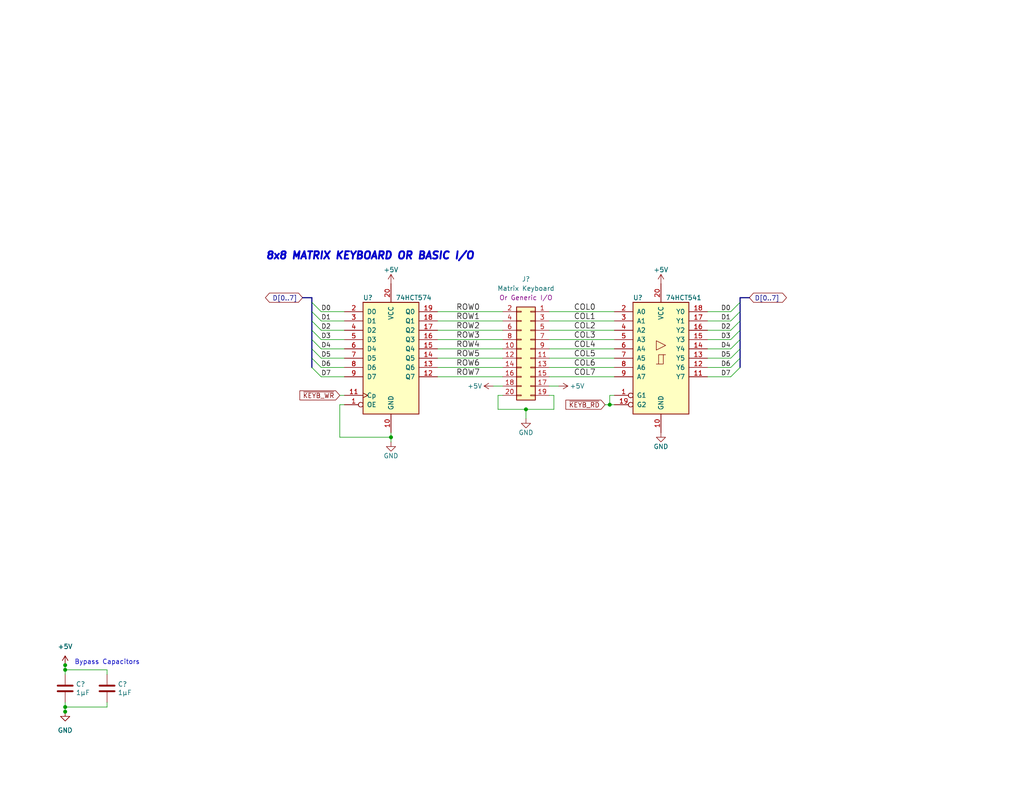
<source format=kicad_sch>
(kicad_sch (version 20230121) (generator eeschema)
  (paper "USLetter")
  (title_block (title "8x8 Matrix Keyboard or Basic I/O") (date "2023-09-08") (rev "2.12") (company "Frédéric Segard") (comment 1 "@microhobbyist") (comment 4 "Thank you to John Winans for his inspiration, as well as Grant Searle and Sergey Kiselev"))
  (lib_symbols
    (symbol "+5V_1" (power) (pin_names (offset 0))
      (property "Value" "+5V_1" (at 0 3.556 0))
      (symbol "+5V_1_0_1"
        (polyline (pts (xy -0.762 1.27) (xy 0 2.54)))
        (polyline (pts (xy 0 0) (xy 0 2.54)))
        (polyline (pts (xy 0 2.54) (xy 0.762 1.27)))
      )
      (symbol "+5V_1_1_1"
        (pin power_in line (at 0 0 90) (length 0) hide (name "+5V") (number "1"))
      )
    )
    (symbol "74xx:74HCT541" (pin_names (offset 1.016))
      (property "Reference" "U" (at -7.62 16.51 0))
      (property "Value" "74HCT541" (at -7.62 -16.51 0))
      (symbol "74HCT541_1_0"
        (polyline (pts (xy -0.635 -1.6002) (xy -0.635 0.9398) (xy 0.635 0.9398)))
        (polyline (pts (xy -1.27 -1.6002) (xy 0.635 -1.6002) (xy 0.635 0.9398) (xy 1.27 0.9398)))
        (polyline (pts (xy 1.27 3.4798) (xy -1.27 4.7498) (xy -1.27 2.2098) (xy 1.27 3.4798)) (stroke (width 0.1524)))
        (pin input inverted (at -12.7 -10.16 0) (length 5.08) (name "G1") (number "1"))
        (pin power_in line (at 0 -20.32 90) (length 5.08) (name "GND") (number "10"))
        (pin tri_state line (at 12.7 -5.08 180) (length 5.08) (name "Y7") (number "11"))
        (pin tri_state line (at 12.7 -2.54 180) (length 5.08) (name "Y6") (number "12"))
        (pin tri_state line (at 12.7 0 180) (length 5.08) (name "Y5") (number "13"))
        (pin tri_state line (at 12.7 2.54 180) (length 5.08) (name "Y4") (number "14"))
        (pin tri_state line (at 12.7 5.08 180) (length 5.08) (name "Y3") (number "15"))
        (pin tri_state line (at 12.7 7.62 180) (length 5.08) (name "Y2") (number "16"))
        (pin tri_state line (at 12.7 10.16 180) (length 5.08) (name "Y1") (number "17"))
        (pin tri_state line (at 12.7 12.7 180) (length 5.08) (name "Y0") (number "18"))
        (pin input inverted (at -12.7 -12.7 0) (length 5.08) (name "G2") (number "19"))
        (pin input line (at -12.7 12.7 0) (length 5.08) (name "A0") (number "2"))
        (pin power_in line (at 0 20.32 270) (length 5.08) (name "VCC") (number "20"))
        (pin input line (at -12.7 10.16 0) (length 5.08) (name "A1") (number "3"))
        (pin input line (at -12.7 7.62 0) (length 5.08) (name "A2") (number "4"))
        (pin input line (at -12.7 5.08 0) (length 5.08) (name "A3") (number "5"))
        (pin input line (at -12.7 2.54 0) (length 5.08) (name "A4") (number "6"))
        (pin input line (at -12.7 0 0) (length 5.08) (name "A5") (number "7"))
        (pin input line (at -12.7 -2.54 0) (length 5.08) (name "A6") (number "8"))
        (pin input line (at -12.7 -5.08 0) (length 5.08) (name "A7") (number "9"))
      )
      (symbol "74HCT541_1_1"
        (rectangle (start -7.62 15.24) (end 7.62 -15.24) (stroke (width 0.254)) (fill (type background)))
      )
    )
    (symbol "74xx:74LS574" (pin_names (offset 1.016))
      (property "Reference" "U" (at -7.62 16.51 0))
      (property "Value" "74LS574" (at -7.62 -16.51 0))
      (symbol "74LS574_1_0"
        (pin input inverted (at -12.7 -12.7 0) (length 5.08) (name "OE") (number "1"))
        (pin power_in line (at 0 -20.32 90) (length 5.08) (name "GND") (number "10"))
        (pin input clock (at -12.7 -10.16 0) (length 5.08) (name "Cp") (number "11"))
        (pin tri_state line (at 12.7 -5.08 180) (length 5.08) (name "Q7") (number "12"))
        (pin tri_state line (at 12.7 -2.54 180) (length 5.08) (name "Q6") (number "13"))
        (pin tri_state line (at 12.7 0 180) (length 5.08) (name "Q5") (number "14"))
        (pin tri_state line (at 12.7 2.54 180) (length 5.08) (name "Q4") (number "15"))
        (pin tri_state line (at 12.7 5.08 180) (length 5.08) (name "Q3") (number "16"))
        (pin tri_state line (at 12.7 7.62 180) (length 5.08) (name "Q2") (number "17"))
        (pin tri_state line (at 12.7 10.16 180) (length 5.08) (name "Q1") (number "18"))
        (pin tri_state line (at 12.7 12.7 180) (length 5.08) (name "Q0") (number "19"))
        (pin input line (at -12.7 12.7 0) (length 5.08) (name "D0") (number "2"))
        (pin power_in line (at 0 20.32 270) (length 5.08) (name "VCC") (number "20"))
        (pin input line (at -12.7 10.16 0) (length 5.08) (name "D1") (number "3"))
        (pin input line (at -12.7 7.62 0) (length 5.08) (name "D2") (number "4"))
        (pin input line (at -12.7 5.08 0) (length 5.08) (name "D3") (number "5"))
        (pin input line (at -12.7 2.54 0) (length 5.08) (name "D4") (number "6"))
        (pin input line (at -12.7 0 0) (length 5.08) (name "D5") (number "7"))
        (pin input line (at -12.7 -2.54 0) (length 5.08) (name "D6") (number "8"))
        (pin input line (at -12.7 -5.08 0) (length 5.08) (name "D7") (number "9"))
      )
      (symbol "74LS574_1_1"
        (rectangle (start -7.62 15.24) (end 7.62 -15.24) (stroke (width 0.254)) (fill (type background)))
      )
    )
    (symbol "Connector_Generic:Conn_02x10_Odd_Even" (pin_names (offset 1.016) hide)
      (property "Reference" "J" (at 1.27 12.7 0))
      (property "Value" "Conn_02x10_Odd_Even" (at 1.27 -15.24 0))
      (symbol "Conn_02x10_Odd_Even_1_1"
        (rectangle (start -1.27 -12.573) (end 0 -12.827) (stroke (width 0.1524)))
        (rectangle (start -1.27 -10.033) (end 0 -10.287) (stroke (width 0.1524)))
        (rectangle (start -1.27 -7.493) (end 0 -7.747) (stroke (width 0.1524)))
        (rectangle (start -1.27 -4.953) (end 0 -5.207) (stroke (width 0.1524)))
        (rectangle (start -1.27 -2.413) (end 0 -2.667) (stroke (width 0.1524)))
        (rectangle (start -1.27 0.127) (end 0 -0.127) (stroke (width 0.1524)))
        (rectangle (start -1.27 2.667) (end 0 2.413) (stroke (width 0.1524)))
        (rectangle (start -1.27 5.207) (end 0 4.953) (stroke (width 0.1524)))
        (rectangle (start -1.27 7.747) (end 0 7.493) (stroke (width 0.1524)))
        (rectangle (start -1.27 10.287) (end 0 10.033) (stroke (width 0.1524)))
        (rectangle (start -1.27 11.43) (end 3.81 -13.97) (stroke (width 0.254)) (fill (type background)))
        (rectangle (start 3.81 -12.573) (end 2.54 -12.827) (stroke (width 0.1524)))
        (rectangle (start 3.81 -10.033) (end 2.54 -10.287) (stroke (width 0.1524)))
        (rectangle (start 3.81 -7.493) (end 2.54 -7.747) (stroke (width 0.1524)))
        (rectangle (start 3.81 -4.953) (end 2.54 -5.207) (stroke (width 0.1524)))
        (rectangle (start 3.81 -2.413) (end 2.54 -2.667) (stroke (width 0.1524)))
        (rectangle (start 3.81 0.127) (end 2.54 -0.127) (stroke (width 0.1524)))
        (rectangle (start 3.81 2.667) (end 2.54 2.413) (stroke (width 0.1524)))
        (rectangle (start 3.81 5.207) (end 2.54 4.953) (stroke (width 0.1524)))
        (rectangle (start 3.81 7.747) (end 2.54 7.493) (stroke (width 0.1524)))
        (rectangle (start 3.81 10.287) (end 2.54 10.033) (stroke (width 0.1524)))
        (pin passive line (at -5.08 10.16 0) (length 3.81) (name "Pin_1") (number "1"))
        (pin passive line (at 7.62 0 180) (length 3.81) (name "Pin_10") (number "10"))
        (pin passive line (at -5.08 -2.54 0) (length 3.81) (name "Pin_11") (number "11"))
        (pin passive line (at 7.62 -2.54 180) (length 3.81) (name "Pin_12") (number "12"))
        (pin passive line (at -5.08 -5.08 0) (length 3.81) (name "Pin_13") (number "13"))
        (pin passive line (at 7.62 -5.08 180) (length 3.81) (name "Pin_14") (number "14"))
        (pin passive line (at -5.08 -7.62 0) (length 3.81) (name "Pin_15") (number "15"))
        (pin passive line (at 7.62 -7.62 180) (length 3.81) (name "Pin_16") (number "16"))
        (pin passive line (at -5.08 -10.16 0) (length 3.81) (name "Pin_17") (number "17"))
        (pin passive line (at 7.62 -10.16 180) (length 3.81) (name "Pin_18") (number "18"))
        (pin passive line (at -5.08 -12.7 0) (length 3.81) (name "Pin_19") (number "19"))
        (pin passive line (at 7.62 10.16 180) (length 3.81) (name "Pin_2") (number "2"))
        (pin passive line (at 7.62 -12.7 180) (length 3.81) (name "Pin_20") (number "20"))
        (pin passive line (at -5.08 7.62 0) (length 3.81) (name "Pin_3") (number "3"))
        (pin passive line (at 7.62 7.62 180) (length 3.81) (name "Pin_4") (number "4"))
        (pin passive line (at -5.08 5.08 0) (length 3.81) (name "Pin_5") (number "5"))
        (pin passive line (at 7.62 5.08 180) (length 3.81) (name "Pin_6") (number "6"))
        (pin passive line (at -5.08 2.54 0) (length 3.81) (name "Pin_7") (number "7"))
        (pin passive line (at 7.62 2.54 180) (length 3.81) (name "Pin_8") (number "8"))
        (pin passive line (at -5.08 0 0) (length 3.81) (name "Pin_9") (number "9"))
      )
    )
    (symbol "Device:C" (pin_numbers hide) (pin_names (offset 0.254))
      (property "Reference" "C" (at 0.635 2.54 0))
      (property "Value" "C" (at 0.635 -2.54 0))
      (symbol "C_0_1"
        (polyline (pts (xy -2.032 -0.762) (xy 2.032 -0.762)) (stroke (width 0.508)))
        (polyline (pts (xy -2.032 0.762) (xy 2.032 0.762)) (stroke (width 0.508)))
      )
      (symbol "C_1_1"
        (pin passive line (at 0 3.81 270) (length 2.794) (name "~") (number "1"))
        (pin passive line (at 0 -3.81 90) (length 2.794) (name "~") (number "2"))
      )
    )
    (symbol "GND_1" (power) (pin_names (offset 0))
      (property "Value" "GND_1" (at 0 -3.81 0))
      (symbol "GND_1_0_1"
        (polyline (pts (xy 0 0) (xy 0 -1.27) (xy 1.27 -1.27) (xy 0 -2.54) (xy -1.27 -1.27) (xy 0 -1.27)))
      )
      (symbol "GND_1_1_1"
        (pin power_in line (at 0 0 270) (length 0) hide (name "GND") (number "1"))
      )
    )
  )
  (junction (at 106.68 119.38))
  (junction (at 17.78 193.04))
  (junction (at 166.37 110.49))
  (junction (at 143.51 111.76))
  (junction (at 17.78 194.31))
  (junction (at 17.78 181.61))
  (junction (at 17.78 182.88))
  (bus_entry (at 199.39 95.25) (size 2.54 -2.54))
  (bus_entry (at 87.63 92.71) (size -2.54 -2.54))
  (bus_entry (at 87.63 87.63) (size -2.54 -2.54))
  (bus_entry (at 199.39 97.79) (size 2.54 -2.54))
  (bus_entry (at 87.63 85.09) (size -2.54 -2.54))
  (bus_entry (at 87.63 97.79) (size -2.54 -2.54))
  (bus_entry (at 87.63 90.17) (size -2.54 -2.54))
  (bus_entry (at 199.39 92.71) (size 2.54 -2.54))
  (bus_entry (at 87.63 102.87) (size -2.54 -2.54))
  (bus_entry (at 199.39 85.09) (size 2.54 -2.54))
  (bus_entry (at 199.39 90.17) (size 2.54 -2.54))
  (bus_entry (at 199.39 102.87) (size 2.54 -2.54))
  (bus_entry (at 199.39 87.63) (size 2.54 -2.54))
  (bus_entry (at 199.39 100.33) (size 2.54 -2.54))
  (bus_entry (at 87.63 95.25) (size -2.54 -2.54))
  (bus_entry (at 87.63 100.33) (size -2.54 -2.54))
  (wire (pts (xy 92.71 107.95) (xy 93.98 107.95)))
  (bus (pts (xy 85.09 97.79) (xy 85.09 95.25)))
  (wire (pts (xy 93.98 102.87) (xy 87.63 102.87)))
  (wire (pts (xy 17.78 193.04) (xy 29.21 193.04)))
  (bus (pts (xy 85.09 82.55) (xy 85.09 81.28)))
  (wire (pts (xy 149.86 90.17) (xy 167.64 90.17)))
  (bus (pts (xy 201.93 82.55) (xy 201.93 81.28)))
  (wire (pts (xy 93.98 97.79) (xy 87.63 97.79)))
  (wire (pts (xy 29.21 182.88) (xy 17.78 182.88)))
  (wire (pts (xy 193.04 97.79) (xy 199.39 97.79)))
  (bus (pts (xy 85.09 85.09) (xy 85.09 82.55)))
  (wire (pts (xy 193.04 95.25) (xy 199.39 95.25)))
  (wire (pts (xy 106.68 120.65) (xy 106.68 119.38)))
  (wire (pts (xy 149.86 102.87) (xy 167.64 102.87)))
  (bus (pts (xy 85.09 92.71) (xy 85.09 90.17)))
  (wire (pts (xy 151.13 111.76) (xy 143.51 111.76)))
  (wire (pts (xy 119.38 97.79) (xy 137.16 97.79)))
  (wire (pts (xy 119.38 95.25) (xy 137.16 95.25)))
  (bus (pts (xy 85.09 100.33) (xy 85.09 97.79)))
  (bus (pts (xy 85.09 87.63) (xy 85.09 85.09)))
  (wire (pts (xy 135.89 111.76) (xy 135.89 107.95)))
  (wire (pts (xy 119.38 92.71) (xy 137.16 92.71)))
  (wire (pts (xy 193.04 100.33) (xy 199.39 100.33)))
  (wire (pts (xy 149.86 107.95) (xy 151.13 107.95)))
  (wire (pts (xy 92.71 119.38) (xy 92.71 110.49)))
  (wire (pts (xy 93.98 95.25) (xy 87.63 95.25)))
  (wire (pts (xy 119.38 90.17) (xy 137.16 90.17)))
  (wire (pts (xy 165.1 110.49) (xy 166.37 110.49)))
  (wire (pts (xy 193.04 90.17) (xy 199.39 90.17)))
  (wire (pts (xy 149.86 100.33) (xy 167.64 100.33)))
  (bus (pts (xy 85.09 95.25) (xy 85.09 92.71)))
  (bus (pts (xy 201.93 87.63) (xy 201.93 85.09)))
  (bus (pts (xy 201.93 95.25) (xy 201.93 92.71)))
  (wire (pts (xy 92.71 110.49) (xy 93.98 110.49)))
  (wire (pts (xy 166.37 110.49) (xy 166.37 107.95)))
  (bus (pts (xy 201.93 92.71) (xy 201.93 90.17)))
  (wire (pts (xy 119.38 87.63) (xy 137.16 87.63)))
  (wire (pts (xy 17.78 182.88) (xy 17.78 184.15)))
  (bus (pts (xy 201.93 81.28) (xy 204.47 81.28)))
  (wire (pts (xy 93.98 92.71) (xy 87.63 92.71)))
  (wire (pts (xy 29.21 184.15) (xy 29.21 182.88)))
  (wire (pts (xy 93.98 90.17) (xy 87.63 90.17)))
  (bus (pts (xy 201.93 85.09) (xy 201.93 82.55)))
  (wire (pts (xy 149.86 105.41) (xy 152.4 105.41)))
  (wire (pts (xy 149.86 92.71) (xy 167.64 92.71)))
  (wire (pts (xy 166.37 110.49) (xy 167.64 110.49)))
  (wire (pts (xy 119.38 100.33) (xy 137.16 100.33)))
  (wire (pts (xy 134.62 105.41) (xy 137.16 105.41)))
  (bus (pts (xy 201.93 90.17) (xy 201.93 87.63)))
  (wire (pts (xy 119.38 85.09) (xy 137.16 85.09)))
  (bus (pts (xy 201.93 100.33) (xy 201.93 97.79)))
  (bus (pts (xy 85.09 81.28) (xy 82.55 81.28)))
  (wire (pts (xy 17.78 191.77) (xy 17.78 193.04)))
  (wire (pts (xy 149.86 87.63) (xy 167.64 87.63)))
  (wire (pts (xy 193.04 92.71) (xy 199.39 92.71)))
  (wire (pts (xy 143.51 111.76) (xy 143.51 114.3)))
  (wire (pts (xy 193.04 87.63) (xy 199.39 87.63)))
  (wire (pts (xy 135.89 107.95) (xy 137.16 107.95)))
  (bus (pts (xy 201.93 97.79) (xy 201.93 95.25)))
  (wire (pts (xy 166.37 107.95) (xy 167.64 107.95)))
  (wire (pts (xy 143.51 111.76) (xy 135.89 111.76)))
  (wire (pts (xy 17.78 181.61) (xy 17.78 182.88)))
  (wire (pts (xy 106.68 119.38) (xy 106.68 118.11)))
  (bus (pts (xy 85.09 90.17) (xy 85.09 87.63)))
  (wire (pts (xy 93.98 100.33) (xy 87.63 100.33)))
  (wire (pts (xy 149.86 85.09) (xy 167.64 85.09)))
  (wire (pts (xy 119.38 102.87) (xy 137.16 102.87)))
  (wire (pts (xy 193.04 85.09) (xy 199.39 85.09)))
  (wire (pts (xy 193.04 102.87) (xy 199.39 102.87)))
  (wire (pts (xy 151.13 107.95) (xy 151.13 111.76)))
  (wire (pts (xy 149.86 97.79) (xy 167.64 97.79)))
  (wire (pts (xy 17.78 193.04) (xy 17.78 194.31)))
  (wire (pts (xy 93.98 87.63) (xy 87.63 87.63)))
  (wire (pts (xy 149.86 95.25) (xy 167.64 95.25)))
  (wire (pts (xy 106.68 119.38) (xy 92.71 119.38)))
  (wire (pts (xy 93.98 85.09) (xy 87.63 85.09)))
  (wire (pts (xy 29.21 191.77) (xy 29.21 193.04)))
  (text "8x8 MATRIX KEYBOARD OR BASIC I/O" (at 72.39 71.12 0) (effects (font (size 2 2) (thickness 0.508) bold italic) (justify left bottom)))
  (text "Bypass Capacitors" (at 20.32 181.61 0) (effects (font (size 1.27 1.27)) (justify left bottom)))
  (label "D0" (at 87.63 85.09 0))
  (label "D4" (at 199.39 95.25 180))
  (label "COL4" (at 162.56 95.25 180) (effects (font (size 1.524 1.524))))
  (label "COL5" (at 162.56 97.79 180) (effects (font (size 1.524 1.524))))
  (label "ROW7" (at 124.46 102.87 0) (effects (font (size 1.524 1.524))))
  (label "COL6" (at 162.56 100.33 180) (effects (font (size 1.524 1.524))))
  (label "D7" (at 87.63 102.87 0))
  (label "D7" (at 199.39 102.87 180))
  (label "COL0" (at 162.56 85.09 180) (effects (font (size 1.524 1.524))))
  (label "ROW5" (at 124.46 97.79 0) (effects (font (size 1.524 1.524))))
  (label "ROW0" (at 124.46 85.09 0) (effects (font (size 1.524 1.524))))
  (label "ROW4" (at 124.46 95.25 0) (effects (font (size 1.524 1.524))))
  (label "ROW2" (at 124.46 90.17 0) (effects (font (size 1.524 1.524))))
  (label "D3" (at 199.39 92.71 180))
  (label "D2" (at 87.63 90.17 0))
  (label "D0" (at 199.39 85.09 180))
  (label "COL3" (at 162.56 92.71 180) (effects (font (size 1.524 1.524))))
  (label "D2" (at 199.39 90.17 180))
  (label "D6" (at 199.39 100.33 180))
  (label "D5" (at 199.39 97.79 180))
  (label "D4" (at 87.63 95.25 0))
  (label "D5" (at 87.63 97.79 0))
  (label "COL7" (at 162.56 102.87 180) (effects (font (size 1.524 1.524))))
  (label "ROW1" (at 124.46 87.63 0) (effects (font (size 1.524 1.524))))
  (label "D3" (at 87.63 92.71 0))
  (label "COL1" (at 162.56 87.63 180) (effects (font (size 1.524 1.524))))
  (label "ROW3" (at 124.46 92.71 0) (effects (font (size 1.524 1.524))))
  (label "COL2" (at 162.56 90.17 180) (effects (font (size 1.524 1.524))))
  (label "ROW6" (at 124.46 100.33 0) (effects (font (size 1.524 1.524))))
  (label "D1" (at 87.63 87.63 0))
  (label "D1" (at 199.39 87.63 180))
  (label "D6" (at 87.63 100.33 0))
  (global_label "D[0..7]" (shape tri_state) (at 82.55 81.28 180) (property "Intersheetrefs" "${INTERSHEET_REFS}" (effects hide)))
  (global_label "~{KEYB_WR}" (shape input) (at 92.71 107.95 180) (property "Intersheetrefs" "${INTERSHEET_REFS}" (effects hide)))
  (global_label "D[0..7]" (shape tri_state) (at 204.47 81.28 0) (property "Intersheetrefs" "${INTERSHEET_REFS}" (effects hide)))
  (global_label "~{KEYB_RD}" (shape input) (at 165.1 110.49 180) (property "Intersheetrefs" "${INTERSHEET_REFS}" (effects hide)))
  (symbol (lib_name "GND_1") (lib_id "power:GND") (at 17.78 194.31 0) (unit 1)
    (property "Reference" "#PWR?" (effects hide))
    (property "Value" "GND" (at 17.78 199.39 0))
    (instances (project "1 - Main CPU board with basic peripherals (rev5)" (path "" (reference "#PWR?") (unit 1))) (project "2 - CPU and memory card with the essential peripherals" (path "" (reference "#PWR?") (unit 1))) (project "3 - Quad Serial card v3" (path "" (reference "#PWR?") (unit 1)) (path "" (reference "#PWR?") (unit 1))) (project "2 - CPU and core components (Rev 2.2)" (path "" (reference "#PWR068") (unit 1)) (path "" (reference "#PWR060") (unit 1))))
  )
  (symbol (lib_name "GND_1") (lib_id "power:GND") (at 17.78 194.31 0) (unit 1)
    (property "Reference" "#PWR?" (effects hide))
    (property "Value" "GND" (at 17.78 199.39 0))
    (instances (project "1 - Main CPU board with basic peripherals (rev5)" (path "" (reference "#PWR?") (unit 1))) (project "2 - CPU and memory card with the essential peripherals" (path "" (reference "#PWR?") (unit 1))) (project "3 - Quad Serial card v3" (path "" (reference "#PWR?") (unit 1)) (path "" (reference "#PWR?") (unit 1))) (project "2 - CPU and core components (Rev 2.2)" (path "" (reference "#PWR069") (unit 1)) (path "" (reference "#PWR081") (unit 1))))
  )
  (symbol (lib_id "74xx:74LS574") (at 106.68 97.79 0) (unit 1)
    (property "Reference" "U?" (at 99.06 81.28 0) (effects (justify left)))
    (property "Value" "74HCT574" (at 107.95 81.28 0) (effects (justify left)))
    (property "Footprint" "Package_DIP:DIP-20_W7.62mm_Socket" (effects hide))
    (property "Datasheet" "http://www.ti.com/lit/gpn/sn74LS574" (effects hide))
    (instances (project "2 - CPU and core components (Rev 2.2)" (path "" (reference "U?") (unit 1)) (path "" (reference "U18") (unit 1))))
  )
  (symbol (lib_id "Device:C") (at 17.78 187.96 0) (unit 1)
    (property "Reference" "C?" (at 20.701 186.7916 0) (effects (justify left)))
    (property "Value" "1µF" (at 20.701 189.103 0) (effects (justify left)))
    (property "Footprint" "Capacitor_THT:C_Disc_D3.4mm_W2.1mm_P2.50mm" (effects hide))
    (instances (project "1 - Main CPU board with basic peripherals (rev5)" (path "" (reference "C?") (unit 1))) (project "2 - CPU and memory card with the essential peripherals" (path "" (reference "C?") (unit 1))) (project "3 - Quad Serial card v3" (path "" (reference "C?") (unit 1)) (path "" (reference "C?") (unit 1))) (project "2 - CPU and core components (Rev 2.2)" (path "" (reference "C18") (unit 1)) (path "" (reference "C22") (unit 1))))
  )
  (symbol (lib_name "+5V_1") (lib_id "power:+5V") (at 17.78 181.61 0) (unit 1)
    (property "Reference" "#PWR?" (effects hide))
    (property "Value" "+5V" (at 17.78 176.53 0))
    (instances (project "1 - Main CPU board with basic peripherals (rev5)" (path "" (reference "#PWR?") (unit 1))) (project "2 - CPU and memory card with the essential peripherals" (path "" (reference "#PWR?") (unit 1))) (project "3 - Quad Serial card v3" (path "" (reference "#PWR?") (unit 1)) (path "" (reference "#PWR?") (unit 1))) (project "2 - CPU and core components (Rev 2.2)" (path "" (reference "#PWR067") (unit 1)) (path "" (reference "#PWR055") (unit 1))))
  )
  (symbol (lib_name "+5V_1") (lib_id "power:+5V") (at 134.62 105.41 90) (unit 1)
    (property "Reference" "#PWR?" (effects hide))
    (property "Value" "+5V" (at 129.54 105.41 90))
    (instances (project "1 - Main CPU board with basic peripherals (rev5)" (path "" (reference "#PWR?") (unit 1))) (project "2 - CPU and memory card with the essential peripherals" (path "" (reference "#PWR?") (unit 1))) (project "2 - CPU and core components (Rev 2.2)" (path "" (reference "#PWR?") (unit 1)) (path "" (reference "#PWR?") (unit 1)) (path "" (reference "#PWR076") (unit 1))))
  )
  (symbol (lib_name "GND_1") (lib_id "power:GND") (at 180.34 118.11 0) (unit 1)
    (property "Reference" "#PWR?" (effects hide))
    (property "Value" "GND" (at 180.34 121.92 0))
    (instances (project "1 - Main CPU board with basic peripherals (rev5)" (path "" (reference "#PWR?") (unit 1)) (path "" (reference "#PWR?") (unit 1))) (project "2 - CPU and memory card with the essential peripherals" (path "" (reference "#PWR?") (unit 1))) (project "3 - Quad Serial card v3" (path "" (reference "#PWR?") (unit 1)) (path "" (reference "#PWR?") (unit 1))) (project "2 - CPU and core components (Rev 2.2)" (path "" (reference "#PWR?") (unit 1)) (path "" (reference "#PWR?") (unit 1)) (path "" (reference "#PWR079") (unit 1))))
  )
  (symbol (lib_name "+5V_1") (lib_id "power:+5V") (at 17.78 181.61 0) (unit 1)
    (property "Reference" "#PWR?" (effects hide))
    (property "Value" "+5V" (at 17.78 176.53 0))
    (instances (project "1 - Main CPU board with basic peripherals (rev5)" (path "" (reference "#PWR?") (unit 1))) (project "2 - CPU and memory card with the essential peripherals" (path "" (reference "#PWR?") (unit 1))) (project "3 - Quad Serial card v3" (path "" (reference "#PWR?") (unit 1)) (path "" (reference "#PWR?") (unit 1))) (project "2 - CPU and core components (Rev 2.2)" (path "" (reference "#PWR066") (unit 1)) (path "" (reference "#PWR058") (unit 1))))
  )
  (symbol (lib_name "+5V_1") (lib_id "power:+5V") (at 106.68 77.47 0) (unit 1)
    (property "Reference" "#PWR?" (effects hide))
    (property "Value" "+5V" (at 106.68 73.66 0))
    (instances (project "1 - Main CPU board with basic peripherals (rev5)" (path "" (reference "#PWR?") (unit 1))) (project "2 - CPU and memory card with the essential peripherals" (path "" (reference "#PWR?") (unit 1))) (project "2 - CPU and core components (Rev 2.2)" (path "" (reference "#PWR?") (unit 1)) (path "" (reference "#PWR?") (unit 1)) (path "" (reference "#PWR074") (unit 1))))
  )
  (symbol (lib_name "GND_1") (lib_id "power:GND") (at 106.68 120.65 0) (unit 1)
    (property "Reference" "#PWR?" (effects hide))
    (property "Value" "GND" (at 106.68 124.46 0))
    (instances (project "1 - Main CPU board with basic peripherals (rev5)" (path "" (reference "#PWR?") (unit 1)) (path "" (reference "#PWR?") (unit 1))) (project "2 - CPU and memory card with the essential peripherals" (path "" (reference "#PWR?") (unit 1))) (project "3 - Quad Serial card v3" (path "" (reference "#PWR?") (unit 1)) (path "" (reference "#PWR?") (unit 1))) (project "2 - CPU and core components (Rev 2.2)" (path "" (reference "#PWR?") (unit 1)) (path "" (reference "#PWR?") (unit 1)) (path "" (reference "#PWR080") (unit 1))))
  )
  (symbol (lib_name "+5V_1") (lib_id "power:+5V") (at 152.4 105.41 270) (unit 1)
    (property "Reference" "#PWR?" (effects hide))
    (property "Value" "+5V" (at 157.48 105.41 90))
    (instances (project "1 - Main CPU board with basic peripherals (rev5)" (path "" (reference "#PWR?") (unit 1))) (project "2 - CPU and memory card with the essential peripherals" (path "" (reference "#PWR?") (unit 1))) (project "2 - CPU and core components (Rev 2.2)" (path "" (reference "#PWR?") (unit 1)) (path "" (reference "#PWR?") (unit 1)) (path "" (reference "#PWR077") (unit 1))))
  )
  (symbol (lib_name "+5V_1") (lib_id "power:+5V") (at 180.34 77.47 0) (unit 1)
    (property "Reference" "#PWR?" (effects hide))
    (property "Value" "+5V" (at 180.34 73.66 0))
    (instances (project "1 - Main CPU board with basic peripherals (rev5)" (path "" (reference "#PWR?") (unit 1))) (project "2 - CPU and memory card with the essential peripherals" (path "" (reference "#PWR?") (unit 1))) (project "2 - CPU and core components (Rev 2.2)" (path "" (reference "#PWR?") (unit 1)) (path "" (reference "#PWR?") (unit 1)) (path "" (reference "#PWR075") (unit 1))))
  )
  (symbol (lib_id "Connector_Generic:Conn_02x10_Odd_Even") (at 144.78 95.25 0) (mirror y) (unit 1)
    (property "Reference" "J?" (at 143.51 76.2 0))
    (property "Value" "Matrix Keyboard" (at 143.51 78.74 0))
    (property "Footprint" "Connector_IDC:IDC-Header_2x10_P2.54mm_Horizontal" (effects hide))
    (property "Field4" "Or Generic I/O" (at 143.51 81.28 0))
    (instances (project "" (path "" (reference "J?") (unit 1))) (project "2 - CPU and core components (Rev 2.2)" (path "" (reference "J6") (unit 1))))
  )
  (symbol (lib_name "GND_1") (lib_id "power:GND") (at 143.51 114.3 0) (unit 1)
    (property "Reference" "#PWR?" (effects hide))
    (property "Value" "GND" (at 143.51 118.11 0))
    (instances (project "1 - Main CPU board with basic peripherals (rev5)" (path "" (reference "#PWR?") (unit 1)) (path "" (reference "#PWR?") (unit 1))) (project "2 - CPU and memory card with the essential peripherals" (path "" (reference "#PWR?") (unit 1))) (project "3 - Quad Serial card v3" (path "" (reference "#PWR?") (unit 1)) (path "" (reference "#PWR?") (unit 1))) (project "2 - CPU and core components (Rev 2.2)" (path "" (reference "#PWR?") (unit 1)) (path "" (reference "#PWR?") (unit 1)) (path "" (reference "#PWR078") (unit 1))))
  )
  (symbol (lib_id "74xx:74HCT541") (at 180.34 97.79 0) (unit 1)
    (property "Reference" "U?" (at 172.72 81.28 0) (effects (justify left)))
    (property "Value" "74HCT541" (at 181.61 81.28 0) (effects (justify left)))
    (property "Footprint" "Package_DIP:DIP-20_W7.62mm_Socket" (effects hide))
    (property "Datasheet" "http://www.ti.com/lit/gpn/sn74HCT541" (effects hide))
    (instances (project "2 - CPU and core components (Rev 2.2)" (path "" (reference "U?") (unit 1)) (path "" (reference "U19") (unit 1))))
  )
  (symbol (lib_id "Device:C") (at 29.21 187.96 0) (unit 1)
    (property "Reference" "C?" (at 32.131 186.7916 0) (effects (justify left)))
    (property "Value" "1µF" (at 32.131 189.103 0) (effects (justify left)))
    (property "Footprint" "Capacitor_THT:C_Disc_D3.4mm_W2.1mm_P2.50mm" (effects hide))
    (instances (project "1 - Main CPU board with basic peripherals (rev5)" (path "" (reference "C?") (unit 1))) (project "2 - CPU and memory card with the essential peripherals" (path "" (reference "C?") (unit 1))) (project "3 - Quad Serial card v3" (path "" (reference "C?") (unit 1)) (path "" (reference "C?") (unit 1))) (project "2 - CPU and core components (Rev 2.2)" (path "" (reference "C19") (unit 1)) (path "" (reference "C23") (unit 1))))
  )
)
</source>
